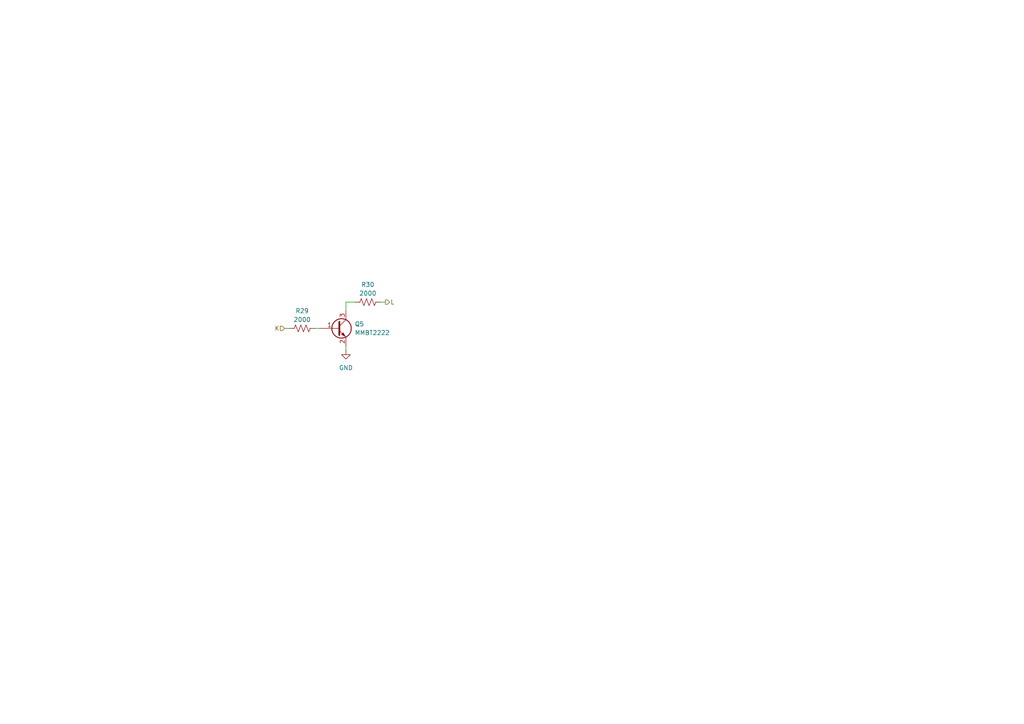
<source format=kicad_sch>
(kicad_sch (version 20231120) (generator "eeschema") (generator_version "8.0")
  (paper "A4")
  (lib_symbols
    (symbol "Device:Q_NPN_BEC" (pin_names (offset 0) hide)
      (property "Reference" "Q" (at 5.08 1.27 0))
      (property "Value" "Q_NPN_BEC" (at 5.08 -1.27 0))
      (symbol "Q_NPN_BEC_0_1"
        (polyline (pts (xy 0.635 0.635) (xy 2.54 2.54)))
        (polyline (pts (xy 0.635 -0.635) (xy 2.54 -2.54) (xy 2.54 -2.54)))
        (polyline (pts (xy 0.635 1.905) (xy 0.635 -1.905) (xy 0.635 -1.905)) (stroke (width 0.508)))
        (polyline (pts (xy 1.27 -1.778) (xy 1.778 -1.27) (xy 2.286 -2.286) (xy 1.27 -1.778) (xy 1.27 -1.778)) (fill (type outline)))
        (circle (center 1.27 0) (radius 2.8194) (stroke (width 0.254)))
      )
      (symbol "Q_NPN_BEC_1_1"
        (pin input line (at -5.08 0 0) (length 5.715) (name "B") (number "1"))
        (pin passive line (at 2.54 -5.08 90) (length 2.54) (name "E") (number "2"))
        (pin passive line (at 2.54 5.08 270) (length 2.54) (name "C") (number "3"))
      )
    )
    (symbol "Device:R_US" (pin_numbers hide) (pin_names (offset 0))
      (property "Reference" "R" (at 2.54 0 90))
      (property "Value" "R_US" (at -2.54 0 90))
      (symbol "R_US_0_1"
        (polyline (pts (xy 0 -2.286) (xy 0 -2.54)))
        (polyline (pts (xy 0 2.286) (xy 0 2.54)))
        (polyline (pts (xy 0 -0.762) (xy 1.016 -1.143) (xy 0 -1.524) (xy -1.016 -1.905) (xy 0 -2.286)))
        (polyline (pts (xy 0 0.762) (xy 1.016 0.381) (xy 0 0) (xy -1.016 -0.381) (xy 0 -0.762)))
        (polyline (pts (xy 0 2.286) (xy 1.016 1.905) (xy 0 1.524) (xy -1.016 1.143) (xy 0 0.762)))
      )
      (symbol "R_US_1_1"
        (pin passive line (at 0 3.81 270) (length 1.27) (name "~") (number "1"))
        (pin passive line (at 0 -3.81 90) (length 1.27) (name "~") (number "2"))
      )
    )
    (symbol "power:GND" (power) (pin_numbers hide) (pin_names (offset 0) hide)
      (property "Value" "GND" (at 0 -3.81 0))
      (symbol "GND_0_1"
        (polyline (pts (xy 0 0) (xy 0 -1.27) (xy 1.27 -1.27) (xy 0 -2.54) (xy -1.27 -1.27) (xy 0 -1.27)))
      )
      (symbol "GND_1_1"
        (pin power_in line (at 0 0 270) (length 0) (name "~") (number "1"))
      )
    )
  )
  (wire (pts (xy 82.55 95.25) (xy 83.82 95.25)))
  (wire (pts (xy 91.44 95.25) (xy 92.71 95.25)))
  (wire (pts (xy 100.33 87.63) (xy 102.87 87.63)))
  (wire (pts (xy 100.33 100.33) (xy 100.33 101.6)))
  (wire (pts (xy 110.49 87.63) (xy 111.76 87.63)))
  (wire (pts (xy 100.33 90.17) (xy 100.33 87.63)))
  (hierarchical_label "L" (shape output) (at 111.76 87.63 0))
  (hierarchical_label "K" (shape input) (at 82.55 95.25 180))
  (symbol (lib_id "Device:R_US") (at 87.63 95.25 90) (unit 1)
    (property "Reference" "R29" (at 87.63 90.17 90))
    (property "Value" "2000" (at 87.63 92.71 90))
    (property "Footprint" "Resistor_SMD:R_0603_1608Metric" (effects (hide yes)))
    (property "Description" "Resistor, US symbol" (effects (hide yes)))
    (instances (project "agc" (path "" (reference "R29") (unit 1)) (path "" (reference "R43") (unit 1)) (path "" (reference "R31") (unit 1)) (path "" (reference "R22") (unit 1)) (path "" (reference "R17") (unit 1)) (path "" (reference "R33") (unit 1)) (path "" (reference "R16") (unit 1)) (path "" (reference "R20") (unit 1))))
  )
  (symbol (lib_id "Device:Q_NPN_BEC") (at 97.79 95.25 0) (unit 1)
    (property "Reference" "Q5" (at 102.87 93.9799 0) (effects (justify left)))
    (property "Value" "MMBT2222" (at 102.87 96.5199 0) (effects (justify left)))
    (property "Footprint" "Package_TO_SOT_SMD:SOT-23" (effects (hide yes)))
    (property "Description" "NPN transistor, base/emitter/collector" (effects (hide yes)))
    (instances (project "agc" (path "" (reference "Q5") (unit 1)) (path "" (reference "Q12") (unit 1)) (path "" (reference "Q6") (unit 1)) (path "" (reference "Q4") (unit 1)) (path "" (reference "Q1") (unit 1)) (path "" (reference "Q7") (unit 1)) (path "" (reference "Q2") (unit 1)) (path "" (reference "Q3") (unit 1))))
  )
  (symbol (lib_id "power:GND") (at 100.33 101.6 0) (unit 1)
    (property "Reference" "#PWR057" (effects (hide yes)))
    (property "Value" "GND" (at 100.33 106.68 0))
    (property "Description" "Power symbol creates a global label with name \"GND\" , ground" (effects (hide yes)))
    (instances (project "agc" (path "" (reference "#PWR057") (unit 1)) (path "" (reference "#PWR041") (unit 1)) (path "" (reference "#PWR047") (unit 1)) (path "" (reference "#PWR046") (unit 1)) (path "" (reference "#PWR043") (unit 1)) (path "" (reference "#PWR044") (unit 1)) (path "" (reference "#PWR042") (unit 1)) (path "" (reference "#PWR045") (unit 1))))
  )
  (symbol (lib_id "Device:R_US") (at 106.68 87.63 90) (unit 1)
    (property "Reference" "R30" (at 106.68 82.55 90))
    (property "Value" "2000" (at 106.68 85.09 90))
    (property "Footprint" "Resistor_SMD:R_0603_1608Metric" (effects (hide yes)))
    (property "Description" "Resistor, US symbol" (effects (hide yes)))
    (instances (project "agc" (path "" (reference "R30") (unit 1)) (path "" (reference "R44") (unit 1)) (path "" (reference "R32") (unit 1)) (path "" (reference "R23") (unit 1)) (path "" (reference "R18") (unit 1)) (path "" (reference "R34") (unit 1)) (path "" (reference "R19") (unit 1)) (path "" (reference "R21") (unit 1))))
  )
)
</source>
